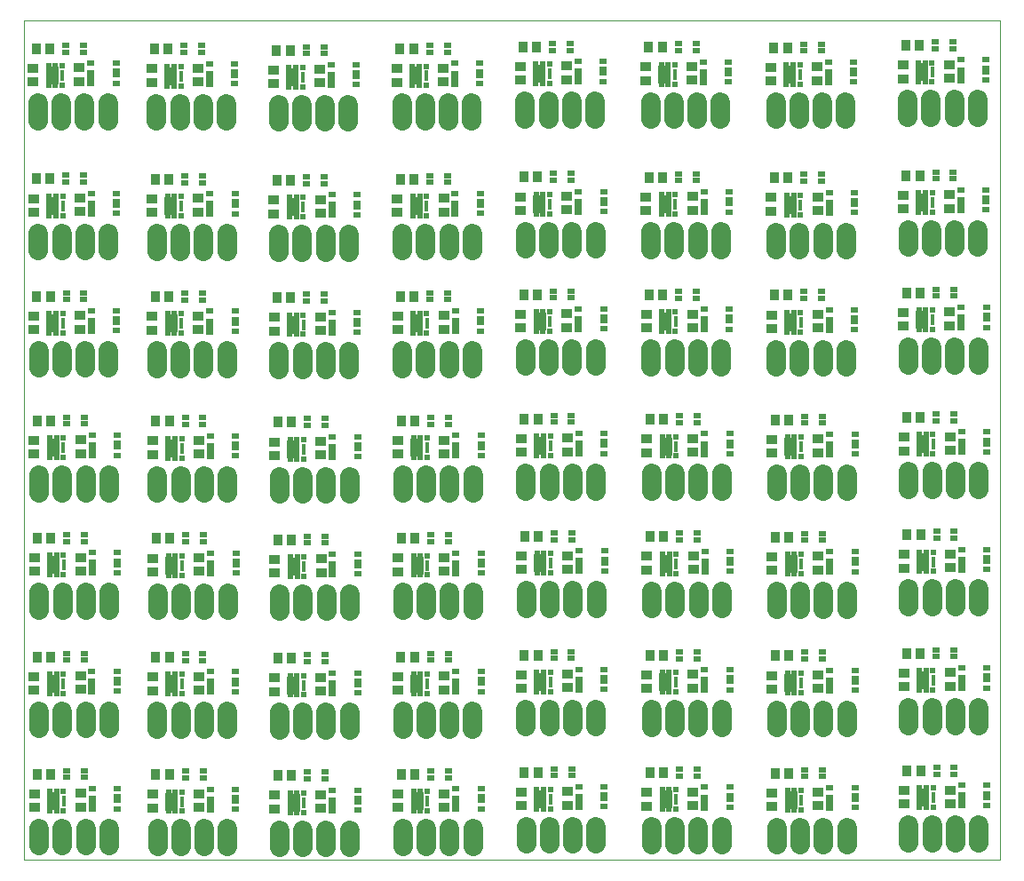
<source format=gts>
G75*
%MOIN*%
%OFA0B0*%
%FSLAX25Y25*%
%IPPOS*%
%LPD*%
%AMOC8*
5,1,8,0,0,1.08239X$1,22.5*
%
%ADD10C,0.00000*%
%ADD11R,0.01981X0.02178*%
%ADD12R,0.04540X0.06706*%
%ADD13R,0.01725X0.04225*%
%ADD14R,0.02847X0.01981*%
%ADD15R,0.02769X0.05918*%
%ADD16R,0.02769X0.02375*%
%ADD17R,0.02769X0.03753*%
%ADD18R,0.03556X0.04343*%
%ADD19R,0.04343X0.03556*%
%ADD20C,0.07296*%
D10*
X0008974Y0010224D02*
X0375116Y0010224D01*
X0375116Y0325185D01*
X0008974Y0325185D01*
X0008974Y0010224D01*
D11*
X0018505Y0028682D03*
X0021064Y0028682D03*
X0023623Y0028682D03*
X0023623Y0035966D03*
X0021064Y0035966D03*
X0018505Y0035966D03*
X0018435Y0072742D03*
X0020994Y0072742D03*
X0023553Y0072742D03*
X0023553Y0080026D03*
X0020994Y0080026D03*
X0018435Y0080026D03*
X0018525Y0117262D03*
X0021084Y0117262D03*
X0023643Y0117262D03*
X0023643Y0124546D03*
X0021084Y0124546D03*
X0018525Y0124546D03*
X0018455Y0161322D03*
X0021014Y0161322D03*
X0023573Y0161322D03*
X0023573Y0168606D03*
X0021014Y0168606D03*
X0018455Y0168606D03*
X0018275Y0208062D03*
X0020834Y0208062D03*
X0023393Y0208062D03*
X0023393Y0215346D03*
X0020834Y0215346D03*
X0018275Y0215346D03*
X0018205Y0252122D03*
X0020764Y0252122D03*
X0023323Y0252122D03*
X0023323Y0259406D03*
X0020764Y0259406D03*
X0018205Y0259406D03*
X0062685Y0259246D03*
X0065244Y0259246D03*
X0067803Y0259246D03*
X0067803Y0251962D03*
X0065244Y0251962D03*
X0062685Y0251962D03*
X0062755Y0215186D03*
X0065314Y0215186D03*
X0067873Y0215186D03*
X0067873Y0207902D03*
X0065314Y0207902D03*
X0062755Y0207902D03*
X0062935Y0168446D03*
X0065494Y0168446D03*
X0068053Y0168446D03*
X0068053Y0161162D03*
X0065494Y0161162D03*
X0062935Y0161162D03*
X0063005Y0124386D03*
X0065564Y0124386D03*
X0068123Y0124386D03*
X0068123Y0117102D03*
X0065564Y0117102D03*
X0063005Y0117102D03*
X0062915Y0079866D03*
X0065474Y0079866D03*
X0068033Y0079866D03*
X0068033Y0072582D03*
X0065474Y0072582D03*
X0062915Y0072582D03*
X0062985Y0035806D03*
X0065544Y0035806D03*
X0068103Y0035806D03*
X0068103Y0028522D03*
X0065544Y0028522D03*
X0062985Y0028522D03*
X0108745Y0028142D03*
X0111304Y0028142D03*
X0113863Y0028142D03*
X0113863Y0035426D03*
X0111304Y0035426D03*
X0108745Y0035426D03*
X0108675Y0072202D03*
X0111234Y0072202D03*
X0113793Y0072202D03*
X0113793Y0079486D03*
X0111234Y0079486D03*
X0108675Y0079486D03*
X0108765Y0116722D03*
X0111324Y0116722D03*
X0113883Y0116722D03*
X0113883Y0124006D03*
X0111324Y0124006D03*
X0108765Y0124006D03*
X0108695Y0160782D03*
X0111254Y0160782D03*
X0113813Y0160782D03*
X0113813Y0168066D03*
X0111254Y0168066D03*
X0108695Y0168066D03*
X0108515Y0207522D03*
X0111074Y0207522D03*
X0113633Y0207522D03*
X0113633Y0214806D03*
X0111074Y0214806D03*
X0108515Y0214806D03*
X0108445Y0251582D03*
X0111004Y0251582D03*
X0113563Y0251582D03*
X0113563Y0258866D03*
X0111004Y0258866D03*
X0108445Y0258866D03*
X0108305Y0300422D03*
X0110864Y0300422D03*
X0113423Y0300422D03*
X0113423Y0307706D03*
X0110864Y0307706D03*
X0108305Y0307706D03*
X0067663Y0308086D03*
X0065104Y0308086D03*
X0062545Y0308086D03*
X0062545Y0300802D03*
X0065104Y0300802D03*
X0067663Y0300802D03*
X0023183Y0300962D03*
X0020624Y0300962D03*
X0018065Y0300962D03*
X0018065Y0308246D03*
X0020624Y0308246D03*
X0023183Y0308246D03*
X0154625Y0308176D03*
X0157184Y0308176D03*
X0159743Y0308176D03*
X0159743Y0300892D03*
X0157184Y0300892D03*
X0154625Y0300892D03*
X0200875Y0301632D03*
X0203434Y0301632D03*
X0205993Y0301632D03*
X0205993Y0308916D03*
X0203434Y0308916D03*
X0200875Y0308916D03*
X0247985Y0308796D03*
X0250544Y0308796D03*
X0253103Y0308796D03*
X0253103Y0301512D03*
X0250544Y0301512D03*
X0247985Y0301512D03*
X0294965Y0301352D03*
X0297524Y0301352D03*
X0300083Y0301352D03*
X0300083Y0308636D03*
X0297524Y0308636D03*
X0294965Y0308636D03*
X0344475Y0309506D03*
X0347034Y0309506D03*
X0349593Y0309506D03*
X0349593Y0302222D03*
X0347034Y0302222D03*
X0344475Y0302222D03*
X0344615Y0260666D03*
X0347174Y0260666D03*
X0349733Y0260666D03*
X0349733Y0253382D03*
X0347174Y0253382D03*
X0344615Y0253382D03*
X0344685Y0216606D03*
X0347244Y0216606D03*
X0349803Y0216606D03*
X0349803Y0209322D03*
X0347244Y0209322D03*
X0344685Y0209322D03*
X0344865Y0169866D03*
X0347424Y0169866D03*
X0349983Y0169866D03*
X0349983Y0162582D03*
X0347424Y0162582D03*
X0344865Y0162582D03*
X0344935Y0125806D03*
X0347494Y0125806D03*
X0350053Y0125806D03*
X0350053Y0118522D03*
X0347494Y0118522D03*
X0344935Y0118522D03*
X0344845Y0081286D03*
X0347404Y0081286D03*
X0349963Y0081286D03*
X0349963Y0074002D03*
X0347404Y0074002D03*
X0344845Y0074002D03*
X0344915Y0037226D03*
X0347474Y0037226D03*
X0350033Y0037226D03*
X0350033Y0029942D03*
X0347474Y0029942D03*
X0344915Y0029942D03*
X0300523Y0029072D03*
X0297964Y0029072D03*
X0295405Y0029072D03*
X0295405Y0036356D03*
X0297964Y0036356D03*
X0300523Y0036356D03*
X0300453Y0073132D03*
X0297894Y0073132D03*
X0295335Y0073132D03*
X0295335Y0080416D03*
X0297894Y0080416D03*
X0300453Y0080416D03*
X0300543Y0117652D03*
X0297984Y0117652D03*
X0295425Y0117652D03*
X0295425Y0124936D03*
X0297984Y0124936D03*
X0300543Y0124936D03*
X0300473Y0161712D03*
X0297914Y0161712D03*
X0295355Y0161712D03*
X0295355Y0168996D03*
X0297914Y0168996D03*
X0300473Y0168996D03*
X0300293Y0208452D03*
X0297734Y0208452D03*
X0295175Y0208452D03*
X0295175Y0215736D03*
X0297734Y0215736D03*
X0300293Y0215736D03*
X0300223Y0252512D03*
X0297664Y0252512D03*
X0295105Y0252512D03*
X0295105Y0259796D03*
X0297664Y0259796D03*
X0300223Y0259796D03*
X0253243Y0259956D03*
X0250684Y0259956D03*
X0248125Y0259956D03*
X0248125Y0252672D03*
X0250684Y0252672D03*
X0253243Y0252672D03*
X0253313Y0215896D03*
X0250754Y0215896D03*
X0248195Y0215896D03*
X0248195Y0208612D03*
X0250754Y0208612D03*
X0253313Y0208612D03*
X0253493Y0169156D03*
X0250934Y0169156D03*
X0248375Y0169156D03*
X0248375Y0161872D03*
X0250934Y0161872D03*
X0253493Y0161872D03*
X0253563Y0125096D03*
X0251004Y0125096D03*
X0248445Y0125096D03*
X0248445Y0117812D03*
X0251004Y0117812D03*
X0253563Y0117812D03*
X0253473Y0080576D03*
X0250914Y0080576D03*
X0248355Y0080576D03*
X0248355Y0073292D03*
X0250914Y0073292D03*
X0253473Y0073292D03*
X0253543Y0036516D03*
X0250984Y0036516D03*
X0248425Y0036516D03*
X0248425Y0029232D03*
X0250984Y0029232D03*
X0253543Y0029232D03*
X0206433Y0029352D03*
X0203874Y0029352D03*
X0201315Y0029352D03*
X0201315Y0036636D03*
X0203874Y0036636D03*
X0206433Y0036636D03*
X0206363Y0073412D03*
X0203804Y0073412D03*
X0201245Y0073412D03*
X0201245Y0080696D03*
X0203804Y0080696D03*
X0206363Y0080696D03*
X0206453Y0117932D03*
X0203894Y0117932D03*
X0201335Y0117932D03*
X0201335Y0125216D03*
X0203894Y0125216D03*
X0206453Y0125216D03*
X0206383Y0161992D03*
X0203824Y0161992D03*
X0201265Y0161992D03*
X0201265Y0169276D03*
X0203824Y0169276D03*
X0206383Y0169276D03*
X0206203Y0208732D03*
X0203644Y0208732D03*
X0201085Y0208732D03*
X0201085Y0216016D03*
X0203644Y0216016D03*
X0206203Y0216016D03*
X0206133Y0252792D03*
X0203574Y0252792D03*
X0201015Y0252792D03*
X0201015Y0260076D03*
X0203574Y0260076D03*
X0206133Y0260076D03*
X0159883Y0259336D03*
X0157324Y0259336D03*
X0154765Y0259336D03*
X0154765Y0252052D03*
X0157324Y0252052D03*
X0159883Y0252052D03*
X0159953Y0215276D03*
X0157394Y0215276D03*
X0154835Y0215276D03*
X0154835Y0207992D03*
X0157394Y0207992D03*
X0159953Y0207992D03*
X0160133Y0168536D03*
X0157574Y0168536D03*
X0155015Y0168536D03*
X0155015Y0161252D03*
X0157574Y0161252D03*
X0160133Y0161252D03*
X0160203Y0124476D03*
X0157644Y0124476D03*
X0155085Y0124476D03*
X0155085Y0117192D03*
X0157644Y0117192D03*
X0160203Y0117192D03*
X0160113Y0079956D03*
X0157554Y0079956D03*
X0154995Y0079956D03*
X0154995Y0072672D03*
X0157554Y0072672D03*
X0160113Y0072672D03*
X0160183Y0035896D03*
X0157624Y0035896D03*
X0155065Y0035896D03*
X0155065Y0028612D03*
X0157624Y0028612D03*
X0160183Y0028612D03*
D12*
X0156345Y0032254D03*
X0202595Y0032994D03*
X0249705Y0032874D03*
X0296684Y0032714D03*
X0296614Y0076774D03*
X0249634Y0076934D03*
X0202524Y0077054D03*
X0156274Y0076314D03*
X0109954Y0075844D03*
X0064194Y0076224D03*
X0019714Y0076384D03*
X0019784Y0032324D03*
X0064264Y0032164D03*
X0110024Y0031784D03*
X0110045Y0120364D03*
X0064284Y0120744D03*
X0019805Y0120904D03*
X0019734Y0164964D03*
X0064214Y0164804D03*
X0109974Y0164424D03*
X0156295Y0164894D03*
X0202545Y0165634D03*
X0249655Y0165514D03*
X0296634Y0165354D03*
X0296705Y0121294D03*
X0249725Y0121454D03*
X0202615Y0121574D03*
X0156365Y0120834D03*
X0156115Y0211634D03*
X0202365Y0212374D03*
X0249475Y0212254D03*
X0296455Y0212094D03*
X0296384Y0256154D03*
X0249405Y0256314D03*
X0202295Y0256434D03*
X0156045Y0255694D03*
X0109724Y0255224D03*
X0063964Y0255604D03*
X0019484Y0255764D03*
X0019555Y0211704D03*
X0064034Y0211544D03*
X0109795Y0211164D03*
X0109584Y0304064D03*
X0063824Y0304444D03*
X0019345Y0304604D03*
X0155905Y0304534D03*
X0202155Y0305274D03*
X0249265Y0305154D03*
X0296245Y0304994D03*
X0345755Y0305864D03*
X0345895Y0257024D03*
X0345965Y0212964D03*
X0346145Y0166224D03*
X0346215Y0122164D03*
X0346124Y0077644D03*
X0346195Y0033584D03*
D13*
X0350102Y0033584D03*
X0350032Y0077644D03*
X0300522Y0076774D03*
X0253542Y0076934D03*
X0206432Y0077054D03*
X0160182Y0076314D03*
X0113862Y0075844D03*
X0068102Y0076224D03*
X0023622Y0076384D03*
X0023692Y0032324D03*
X0068172Y0032164D03*
X0113932Y0031784D03*
X0160252Y0032254D03*
X0206502Y0032994D03*
X0253612Y0032874D03*
X0300592Y0032714D03*
X0300612Y0121294D03*
X0350122Y0122164D03*
X0350052Y0166224D03*
X0300542Y0165354D03*
X0253562Y0165514D03*
X0206452Y0165634D03*
X0160202Y0164894D03*
X0113882Y0164424D03*
X0068122Y0164804D03*
X0023642Y0164964D03*
X0023712Y0120904D03*
X0068192Y0120744D03*
X0113952Y0120364D03*
X0160272Y0120834D03*
X0206522Y0121574D03*
X0253632Y0121454D03*
X0253382Y0212254D03*
X0300362Y0212094D03*
X0300292Y0256154D03*
X0253312Y0256314D03*
X0206202Y0256434D03*
X0159952Y0255694D03*
X0113632Y0255224D03*
X0067872Y0255604D03*
X0023392Y0255764D03*
X0023462Y0211704D03*
X0067942Y0211544D03*
X0113702Y0211164D03*
X0160022Y0211634D03*
X0206272Y0212374D03*
X0113492Y0304064D03*
X0067732Y0304444D03*
X0023252Y0304604D03*
X0159812Y0304534D03*
X0206062Y0305274D03*
X0253172Y0305154D03*
X0300152Y0304994D03*
X0349662Y0305864D03*
X0349802Y0257024D03*
X0349872Y0212964D03*
D14*
X0351107Y0221854D03*
X0351107Y0224414D03*
X0357721Y0224414D03*
X0357721Y0221854D03*
X0357651Y0265914D03*
X0357651Y0268474D03*
X0351037Y0268474D03*
X0351037Y0265914D03*
X0308141Y0265044D03*
X0308141Y0267604D03*
X0301527Y0267604D03*
X0301527Y0265044D03*
X0261161Y0265204D03*
X0261161Y0267764D03*
X0254547Y0267764D03*
X0254547Y0265204D03*
X0214051Y0265324D03*
X0214051Y0267884D03*
X0207437Y0267884D03*
X0207437Y0265324D03*
X0167801Y0264584D03*
X0167801Y0267144D03*
X0161187Y0267144D03*
X0161187Y0264584D03*
X0121481Y0264114D03*
X0121481Y0266674D03*
X0114867Y0266674D03*
X0114867Y0264114D03*
X0075721Y0264494D03*
X0075721Y0267054D03*
X0069107Y0267054D03*
X0069107Y0264494D03*
X0031241Y0264654D03*
X0031241Y0267214D03*
X0024627Y0267214D03*
X0024627Y0264654D03*
X0024697Y0223154D03*
X0024697Y0220594D03*
X0031311Y0220594D03*
X0031311Y0223154D03*
X0069177Y0222994D03*
X0069177Y0220434D03*
X0075791Y0220434D03*
X0075791Y0222994D03*
X0114937Y0222614D03*
X0114937Y0220054D03*
X0121551Y0220054D03*
X0121551Y0222614D03*
X0161257Y0223084D03*
X0161257Y0220524D03*
X0167871Y0220524D03*
X0167871Y0223084D03*
X0207507Y0223824D03*
X0207507Y0221264D03*
X0214121Y0221264D03*
X0214121Y0223824D03*
X0254617Y0223704D03*
X0254617Y0221144D03*
X0261231Y0221144D03*
X0261231Y0223704D03*
X0301597Y0223544D03*
X0301597Y0220984D03*
X0308211Y0220984D03*
X0308211Y0223544D03*
X0308391Y0176804D03*
X0308391Y0174244D03*
X0301777Y0174244D03*
X0301777Y0176804D03*
X0261411Y0176964D03*
X0261411Y0174404D03*
X0254797Y0174404D03*
X0254797Y0176964D03*
X0214301Y0177084D03*
X0214301Y0174524D03*
X0207687Y0174524D03*
X0207687Y0177084D03*
X0168051Y0176344D03*
X0168051Y0173784D03*
X0161437Y0173784D03*
X0161437Y0176344D03*
X0121731Y0175874D03*
X0121731Y0173314D03*
X0115117Y0173314D03*
X0115117Y0175874D03*
X0075971Y0176254D03*
X0075971Y0173694D03*
X0069357Y0173694D03*
X0069357Y0176254D03*
X0031491Y0176414D03*
X0031491Y0173854D03*
X0024877Y0173854D03*
X0024877Y0176414D03*
X0024947Y0132354D03*
X0024947Y0129794D03*
X0031561Y0129794D03*
X0031561Y0132354D03*
X0069427Y0132194D03*
X0069427Y0129634D03*
X0076041Y0129634D03*
X0076041Y0132194D03*
X0115187Y0131814D03*
X0115187Y0129254D03*
X0121801Y0129254D03*
X0121801Y0131814D03*
X0161507Y0132284D03*
X0161507Y0129724D03*
X0168121Y0129724D03*
X0168121Y0132284D03*
X0207757Y0133024D03*
X0207757Y0130464D03*
X0214371Y0130464D03*
X0214371Y0133024D03*
X0254867Y0132904D03*
X0254867Y0130344D03*
X0261481Y0130344D03*
X0261481Y0132904D03*
X0301847Y0132744D03*
X0301847Y0130184D03*
X0308461Y0130184D03*
X0308461Y0132744D03*
X0351357Y0133614D03*
X0351357Y0131054D03*
X0357971Y0131054D03*
X0357971Y0133614D03*
X0357901Y0175114D03*
X0357901Y0177674D03*
X0351287Y0177674D03*
X0351287Y0175114D03*
X0351267Y0089094D03*
X0351267Y0086534D03*
X0357881Y0086534D03*
X0357881Y0089094D03*
X0308371Y0088224D03*
X0308371Y0085664D03*
X0301757Y0085664D03*
X0301757Y0088224D03*
X0261391Y0088384D03*
X0261391Y0085824D03*
X0254777Y0085824D03*
X0254777Y0088384D03*
X0214281Y0088504D03*
X0214281Y0085945D03*
X0207667Y0085945D03*
X0207667Y0088504D03*
X0168031Y0087764D03*
X0168031Y0085204D03*
X0161417Y0085204D03*
X0161417Y0087764D03*
X0121711Y0087294D03*
X0121711Y0084734D03*
X0115097Y0084734D03*
X0115097Y0087294D03*
X0075951Y0087674D03*
X0075951Y0085114D03*
X0069337Y0085114D03*
X0069337Y0087674D03*
X0031471Y0087834D03*
X0031471Y0085274D03*
X0024857Y0085274D03*
X0024857Y0087834D03*
X0024927Y0043774D03*
X0024927Y0041214D03*
X0031541Y0041214D03*
X0031541Y0043774D03*
X0069407Y0043614D03*
X0069407Y0041054D03*
X0076021Y0041054D03*
X0076021Y0043614D03*
X0115167Y0043234D03*
X0115167Y0040674D03*
X0121781Y0040674D03*
X0121781Y0043234D03*
X0161487Y0043704D03*
X0161487Y0041144D03*
X0168101Y0041144D03*
X0168101Y0043704D03*
X0207737Y0044444D03*
X0207737Y0041884D03*
X0214351Y0041884D03*
X0214351Y0044444D03*
X0254847Y0044324D03*
X0254847Y0041764D03*
X0261461Y0041764D03*
X0261461Y0044324D03*
X0301827Y0044164D03*
X0301827Y0041604D03*
X0308441Y0041604D03*
X0308441Y0044164D03*
X0351337Y0045034D03*
X0351337Y0042474D03*
X0357951Y0042474D03*
X0357951Y0045034D03*
X0308001Y0313884D03*
X0308001Y0316444D03*
X0301387Y0316444D03*
X0301387Y0313884D03*
X0261021Y0314044D03*
X0261021Y0316604D03*
X0254407Y0316604D03*
X0254407Y0314044D03*
X0213911Y0314164D03*
X0213911Y0316724D03*
X0207297Y0316724D03*
X0207297Y0314164D03*
X0167661Y0313424D03*
X0167661Y0315984D03*
X0161047Y0315984D03*
X0161047Y0313424D03*
X0121341Y0312954D03*
X0121341Y0315514D03*
X0114727Y0315514D03*
X0114727Y0312954D03*
X0075581Y0313334D03*
X0075581Y0315894D03*
X0068967Y0315894D03*
X0068967Y0313334D03*
X0031101Y0313494D03*
X0031101Y0316054D03*
X0024487Y0316054D03*
X0024487Y0313494D03*
X0350897Y0314754D03*
X0350897Y0317314D03*
X0357511Y0317314D03*
X0357511Y0314754D03*
D15*
X0360355Y0304825D03*
X0310845Y0303955D03*
X0263865Y0304115D03*
X0216755Y0304235D03*
X0170505Y0303495D03*
X0124185Y0303025D03*
X0078425Y0303405D03*
X0033945Y0303565D03*
X0034085Y0254725D03*
X0078565Y0254565D03*
X0124325Y0254185D03*
X0170645Y0254655D03*
X0216895Y0255395D03*
X0264005Y0255275D03*
X0310985Y0255115D03*
X0311055Y0211055D03*
X0264075Y0211215D03*
X0216965Y0211335D03*
X0170715Y0210595D03*
X0124395Y0210125D03*
X0078635Y0210505D03*
X0034155Y0210665D03*
X0034335Y0163925D03*
X0078815Y0163765D03*
X0124575Y0163385D03*
X0170895Y0163855D03*
X0217145Y0164595D03*
X0264255Y0164475D03*
X0311235Y0164315D03*
X0311305Y0120255D03*
X0264325Y0120415D03*
X0217215Y0120535D03*
X0170965Y0119795D03*
X0124645Y0119325D03*
X0078885Y0119705D03*
X0034405Y0119865D03*
X0034315Y0075345D03*
X0078795Y0075185D03*
X0124555Y0074805D03*
X0170875Y0075275D03*
X0217125Y0076015D03*
X0264235Y0075895D03*
X0311215Y0075735D03*
X0311285Y0031675D03*
X0264305Y0031835D03*
X0217195Y0031955D03*
X0170945Y0031215D03*
X0124625Y0030745D03*
X0078865Y0031125D03*
X0034385Y0031285D03*
X0360795Y0032545D03*
X0360725Y0076605D03*
X0360815Y0121125D03*
X0360745Y0165185D03*
X0360565Y0211925D03*
X0360495Y0255985D03*
D16*
X0360495Y0261694D03*
X0369944Y0261694D03*
X0369944Y0254214D03*
X0370014Y0217634D03*
X0370014Y0210154D03*
X0360565Y0217634D03*
X0320504Y0216764D03*
X0320504Y0209284D03*
X0311055Y0216764D03*
X0273524Y0216924D03*
X0264075Y0216924D03*
X0273524Y0209444D03*
X0273704Y0170184D03*
X0273704Y0162704D03*
X0264255Y0170184D03*
X0226594Y0170304D03*
X0226594Y0162824D03*
X0217145Y0170304D03*
X0180344Y0169564D03*
X0170895Y0169564D03*
X0180344Y0162084D03*
X0180414Y0125504D03*
X0170965Y0125504D03*
X0180414Y0118024D03*
X0217215Y0126244D03*
X0226664Y0126244D03*
X0226664Y0118764D03*
X0264325Y0126124D03*
X0273774Y0126124D03*
X0273774Y0118644D03*
X0311305Y0125964D03*
X0320754Y0125964D03*
X0320754Y0118484D03*
X0360815Y0126834D03*
X0370264Y0126834D03*
X0370264Y0119354D03*
X0370174Y0082314D03*
X0370174Y0074834D03*
X0360725Y0082314D03*
X0320664Y0081444D03*
X0320664Y0073964D03*
X0311215Y0081444D03*
X0273684Y0081604D03*
X0273684Y0074124D03*
X0264235Y0081604D03*
X0226574Y0081724D03*
X0217125Y0081724D03*
X0226574Y0074244D03*
X0226644Y0037664D03*
X0217195Y0037664D03*
X0226644Y0030184D03*
X0264305Y0037544D03*
X0273754Y0037544D03*
X0273754Y0030064D03*
X0311285Y0037384D03*
X0320734Y0037384D03*
X0320734Y0029904D03*
X0360795Y0038254D03*
X0370244Y0038254D03*
X0370244Y0030774D03*
X0370194Y0163414D03*
X0370194Y0170894D03*
X0360745Y0170894D03*
X0320684Y0170024D03*
X0320684Y0162544D03*
X0311235Y0170024D03*
X0226414Y0209564D03*
X0226414Y0217044D03*
X0216965Y0217044D03*
X0180164Y0216304D03*
X0170715Y0216304D03*
X0180164Y0208824D03*
X0133844Y0208354D03*
X0133844Y0215834D03*
X0124395Y0215834D03*
X0088084Y0216214D03*
X0088084Y0208734D03*
X0078635Y0216214D03*
X0043604Y0216374D03*
X0043604Y0208894D03*
X0034155Y0216374D03*
X0043534Y0252954D03*
X0043534Y0260434D03*
X0034085Y0260434D03*
X0043394Y0301794D03*
X0043394Y0309274D03*
X0033945Y0309274D03*
X0078425Y0309114D03*
X0087874Y0309114D03*
X0087874Y0301634D03*
X0124185Y0308734D03*
X0133634Y0308734D03*
X0133634Y0301254D03*
X0170505Y0309204D03*
X0179954Y0309204D03*
X0179954Y0301724D03*
X0216755Y0309944D03*
X0226204Y0309944D03*
X0226204Y0302464D03*
X0263865Y0309824D03*
X0273314Y0309824D03*
X0273314Y0302344D03*
X0310845Y0309664D03*
X0320294Y0309664D03*
X0320294Y0302184D03*
X0360355Y0310534D03*
X0369804Y0310534D03*
X0369804Y0303054D03*
X0320434Y0260824D03*
X0320434Y0253344D03*
X0310985Y0260824D03*
X0273454Y0260984D03*
X0273454Y0253504D03*
X0264005Y0260984D03*
X0226344Y0261104D03*
X0226344Y0253624D03*
X0216895Y0261104D03*
X0180094Y0260364D03*
X0170645Y0260364D03*
X0180094Y0252884D03*
X0133774Y0252414D03*
X0133774Y0259894D03*
X0124325Y0259894D03*
X0088014Y0260274D03*
X0078565Y0260274D03*
X0088014Y0252794D03*
X0088264Y0169474D03*
X0078815Y0169474D03*
X0088264Y0161994D03*
X0088334Y0125414D03*
X0078885Y0125414D03*
X0088334Y0117934D03*
X0124645Y0125034D03*
X0134094Y0125034D03*
X0134094Y0117554D03*
X0134004Y0080514D03*
X0134004Y0073034D03*
X0124555Y0080514D03*
X0088244Y0080894D03*
X0088244Y0073414D03*
X0078795Y0080894D03*
X0043764Y0081054D03*
X0043764Y0073574D03*
X0034315Y0081054D03*
X0043854Y0118094D03*
X0043854Y0125574D03*
X0034405Y0125574D03*
X0043784Y0162154D03*
X0043784Y0169634D03*
X0034335Y0169634D03*
X0124575Y0169094D03*
X0134024Y0169094D03*
X0134024Y0161614D03*
X0170875Y0080984D03*
X0180324Y0080984D03*
X0180324Y0073504D03*
X0180394Y0036924D03*
X0180394Y0029444D03*
X0170945Y0036924D03*
X0134074Y0036454D03*
X0134074Y0028974D03*
X0124625Y0036454D03*
X0088314Y0036834D03*
X0088314Y0029354D03*
X0078865Y0036834D03*
X0043834Y0036994D03*
X0043834Y0029514D03*
X0034385Y0036994D03*
D17*
X0043834Y0033254D03*
X0088314Y0033094D03*
X0134074Y0032714D03*
X0180394Y0033184D03*
X0226644Y0033924D03*
X0180324Y0077244D03*
X0226574Y0077984D03*
X0226664Y0122504D03*
X0180414Y0121764D03*
X0134094Y0121294D03*
X0088334Y0121674D03*
X0043854Y0121834D03*
X0043784Y0165894D03*
X0088264Y0165734D03*
X0134024Y0165354D03*
X0180344Y0165824D03*
X0226594Y0166564D03*
X0273704Y0166444D03*
X0320684Y0166284D03*
X0320754Y0122224D03*
X0273774Y0122384D03*
X0273684Y0077864D03*
X0320664Y0077704D03*
X0273754Y0033804D03*
X0320734Y0033644D03*
X0370244Y0034514D03*
X0370174Y0078574D03*
X0370264Y0123094D03*
X0370194Y0167154D03*
X0370014Y0213894D03*
X0369944Y0257954D03*
X0320434Y0257084D03*
X0320504Y0213024D03*
X0273524Y0213184D03*
X0226414Y0213304D03*
X0180164Y0212564D03*
X0133844Y0212094D03*
X0088084Y0212474D03*
X0043604Y0212634D03*
X0043534Y0256694D03*
X0088014Y0256534D03*
X0133774Y0256154D03*
X0180094Y0256624D03*
X0226344Y0257364D03*
X0273454Y0257244D03*
X0273314Y0306084D03*
X0226204Y0306204D03*
X0179954Y0305464D03*
X0133634Y0304994D03*
X0087874Y0305374D03*
X0043394Y0305534D03*
X0043764Y0077314D03*
X0088244Y0077154D03*
X0134004Y0076774D03*
X0320294Y0305924D03*
X0369804Y0306794D03*
D18*
X0344913Y0315974D03*
X0339795Y0315974D03*
X0295403Y0315104D03*
X0290285Y0315104D03*
X0248423Y0315264D03*
X0243305Y0315264D03*
X0201313Y0315384D03*
X0196195Y0315384D03*
X0155063Y0314644D03*
X0149945Y0314644D03*
X0108743Y0314174D03*
X0103625Y0314174D03*
X0062983Y0314554D03*
X0057865Y0314554D03*
X0018503Y0314714D03*
X0013385Y0314714D03*
X0013525Y0265874D03*
X0018643Y0265874D03*
X0058005Y0265714D03*
X0063123Y0265714D03*
X0103765Y0265334D03*
X0108883Y0265334D03*
X0150085Y0265804D03*
X0155203Y0265804D03*
X0196335Y0266544D03*
X0201453Y0266544D03*
X0243445Y0266424D03*
X0248563Y0266424D03*
X0290425Y0266264D03*
X0295543Y0266264D03*
X0339935Y0267134D03*
X0345053Y0267134D03*
X0345123Y0223074D03*
X0340005Y0223074D03*
X0295613Y0222204D03*
X0290495Y0222204D03*
X0248633Y0222364D03*
X0243515Y0222364D03*
X0201523Y0222484D03*
X0196405Y0222484D03*
X0155273Y0221744D03*
X0150155Y0221744D03*
X0108953Y0221274D03*
X0103835Y0221274D03*
X0063193Y0221654D03*
X0058075Y0221654D03*
X0018713Y0221814D03*
X0013595Y0221814D03*
X0013775Y0175074D03*
X0018893Y0175074D03*
X0058255Y0174914D03*
X0063373Y0174914D03*
X0104015Y0174534D03*
X0109133Y0174534D03*
X0150335Y0175004D03*
X0155453Y0175004D03*
X0196585Y0175744D03*
X0201703Y0175744D03*
X0243695Y0175624D03*
X0248813Y0175624D03*
X0290675Y0175464D03*
X0295793Y0175464D03*
X0340185Y0176334D03*
X0345303Y0176334D03*
X0345373Y0132274D03*
X0340255Y0132274D03*
X0295863Y0131404D03*
X0290745Y0131404D03*
X0248883Y0131564D03*
X0243765Y0131564D03*
X0201773Y0131684D03*
X0196655Y0131684D03*
X0155523Y0130944D03*
X0150405Y0130944D03*
X0109203Y0130474D03*
X0104085Y0130474D03*
X0063443Y0130854D03*
X0058325Y0130854D03*
X0018963Y0131014D03*
X0013845Y0131014D03*
X0013755Y0086494D03*
X0018873Y0086494D03*
X0058235Y0086334D03*
X0063353Y0086334D03*
X0103995Y0085954D03*
X0109113Y0085954D03*
X0150315Y0086424D03*
X0155433Y0086424D03*
X0196565Y0087164D03*
X0201683Y0087164D03*
X0243675Y0087044D03*
X0248793Y0087044D03*
X0290655Y0086884D03*
X0295773Y0086884D03*
X0340165Y0087754D03*
X0345283Y0087754D03*
X0345353Y0043694D03*
X0340235Y0043694D03*
X0295843Y0042824D03*
X0290725Y0042824D03*
X0248863Y0042984D03*
X0243745Y0042984D03*
X0201753Y0043104D03*
X0196635Y0043104D03*
X0155503Y0042364D03*
X0150385Y0042364D03*
X0109183Y0041894D03*
X0104065Y0041894D03*
X0063423Y0042274D03*
X0058305Y0042274D03*
X0018943Y0042434D03*
X0013825Y0042434D03*
D19*
X0012694Y0035063D03*
X0012694Y0029945D03*
X0030064Y0030125D03*
X0030064Y0035243D03*
X0057174Y0034903D03*
X0057174Y0029785D03*
X0074544Y0029965D03*
X0074544Y0035083D03*
X0102934Y0034523D03*
X0102934Y0029405D03*
X0120304Y0029585D03*
X0120304Y0034703D03*
X0149254Y0034993D03*
X0149254Y0029875D03*
X0166624Y0030055D03*
X0166624Y0035173D03*
X0195504Y0035733D03*
X0195504Y0030615D03*
X0212874Y0030795D03*
X0212874Y0035913D03*
X0242614Y0035613D03*
X0242614Y0030495D03*
X0259984Y0030675D03*
X0259984Y0035793D03*
X0289594Y0035453D03*
X0289594Y0030335D03*
X0306964Y0030515D03*
X0306964Y0035633D03*
X0339104Y0036323D03*
X0339104Y0031205D03*
X0356474Y0031385D03*
X0356474Y0036503D03*
X0356404Y0075445D03*
X0356404Y0080563D03*
X0339034Y0080383D03*
X0339034Y0075265D03*
X0306894Y0074575D03*
X0306894Y0079693D03*
X0289524Y0079513D03*
X0289524Y0074395D03*
X0259914Y0074735D03*
X0259914Y0079853D03*
X0242544Y0079673D03*
X0242544Y0074555D03*
X0212804Y0074855D03*
X0212804Y0079973D03*
X0195434Y0079793D03*
X0195434Y0074675D03*
X0166554Y0074115D03*
X0166554Y0079233D03*
X0149184Y0079053D03*
X0149184Y0073935D03*
X0120234Y0073645D03*
X0120234Y0078763D03*
X0102864Y0078583D03*
X0102864Y0073465D03*
X0074474Y0074025D03*
X0074474Y0079143D03*
X0057104Y0078963D03*
X0057104Y0073845D03*
X0029994Y0074185D03*
X0029994Y0079303D03*
X0012624Y0079123D03*
X0012624Y0074005D03*
X0012714Y0118525D03*
X0012714Y0123643D03*
X0030084Y0123823D03*
X0030084Y0118705D03*
X0057194Y0118365D03*
X0057194Y0123483D03*
X0074564Y0123663D03*
X0074564Y0118545D03*
X0102954Y0117985D03*
X0102954Y0123103D03*
X0120324Y0123283D03*
X0120324Y0118165D03*
X0149274Y0118455D03*
X0149274Y0123573D03*
X0166644Y0123753D03*
X0166644Y0118635D03*
X0195524Y0119195D03*
X0195524Y0124313D03*
X0212894Y0124493D03*
X0212894Y0119375D03*
X0242634Y0119075D03*
X0242634Y0124193D03*
X0260004Y0124373D03*
X0260004Y0119255D03*
X0289614Y0118915D03*
X0289614Y0124033D03*
X0306984Y0124213D03*
X0306984Y0119095D03*
X0339124Y0119785D03*
X0339124Y0124903D03*
X0356494Y0125083D03*
X0356494Y0119965D03*
X0356424Y0164025D03*
X0356424Y0169143D03*
X0339054Y0168963D03*
X0339054Y0163845D03*
X0306914Y0163155D03*
X0306914Y0168273D03*
X0289544Y0168093D03*
X0289544Y0162975D03*
X0259934Y0163315D03*
X0259934Y0168433D03*
X0242564Y0168253D03*
X0242564Y0163135D03*
X0212824Y0163435D03*
X0212824Y0168553D03*
X0195454Y0168373D03*
X0195454Y0163255D03*
X0166574Y0162695D03*
X0166574Y0167813D03*
X0149204Y0167633D03*
X0149204Y0162515D03*
X0120254Y0162225D03*
X0120254Y0167343D03*
X0102884Y0167163D03*
X0102884Y0162045D03*
X0074494Y0162605D03*
X0074494Y0167723D03*
X0057124Y0167543D03*
X0057124Y0162425D03*
X0030014Y0162765D03*
X0030014Y0167883D03*
X0012644Y0167703D03*
X0012644Y0162585D03*
X0012464Y0209325D03*
X0012464Y0214443D03*
X0029834Y0214623D03*
X0029834Y0209505D03*
X0056944Y0209165D03*
X0056944Y0214283D03*
X0074314Y0214463D03*
X0074314Y0209345D03*
X0102704Y0208785D03*
X0102704Y0213903D03*
X0120074Y0214083D03*
X0120074Y0208965D03*
X0149024Y0209255D03*
X0149024Y0214373D03*
X0166394Y0214553D03*
X0166394Y0209435D03*
X0195274Y0209995D03*
X0195274Y0215113D03*
X0212644Y0215293D03*
X0212644Y0210175D03*
X0242384Y0209875D03*
X0242384Y0214993D03*
X0259754Y0215173D03*
X0259754Y0210055D03*
X0289364Y0209715D03*
X0289364Y0214833D03*
X0306734Y0215013D03*
X0306734Y0209895D03*
X0338874Y0210585D03*
X0338874Y0215703D03*
X0356244Y0215883D03*
X0356244Y0210765D03*
X0356174Y0254825D03*
X0356174Y0259943D03*
X0338804Y0259763D03*
X0338804Y0254645D03*
X0306664Y0253955D03*
X0306664Y0259073D03*
X0289294Y0258893D03*
X0289294Y0253775D03*
X0259684Y0254115D03*
X0259684Y0259233D03*
X0242314Y0259053D03*
X0242314Y0253935D03*
X0212574Y0254235D03*
X0212574Y0259353D03*
X0195204Y0259173D03*
X0195204Y0254055D03*
X0166324Y0253495D03*
X0166324Y0258613D03*
X0148954Y0258433D03*
X0148954Y0253315D03*
X0120004Y0253025D03*
X0120004Y0258143D03*
X0102634Y0257963D03*
X0102634Y0252845D03*
X0074244Y0253405D03*
X0074244Y0258523D03*
X0056874Y0258343D03*
X0056874Y0253225D03*
X0029764Y0253565D03*
X0029764Y0258683D03*
X0012394Y0258503D03*
X0012394Y0253385D03*
X0012254Y0302225D03*
X0012254Y0307343D03*
X0029624Y0307523D03*
X0029624Y0302405D03*
X0056734Y0302065D03*
X0056734Y0307183D03*
X0074104Y0307363D03*
X0074104Y0302245D03*
X0102494Y0301685D03*
X0102494Y0306803D03*
X0119864Y0306983D03*
X0119864Y0301865D03*
X0148814Y0302155D03*
X0148814Y0307273D03*
X0166184Y0307453D03*
X0166184Y0302335D03*
X0195064Y0302895D03*
X0195064Y0308013D03*
X0212434Y0308193D03*
X0212434Y0303075D03*
X0242174Y0302775D03*
X0242174Y0307893D03*
X0259544Y0308073D03*
X0259544Y0302955D03*
X0289154Y0302615D03*
X0289154Y0307733D03*
X0306524Y0307913D03*
X0306524Y0302795D03*
X0338664Y0303485D03*
X0338664Y0308603D03*
X0356034Y0308783D03*
X0356034Y0303665D03*
D20*
X0358034Y0295552D02*
X0358034Y0289056D01*
X0349284Y0289056D02*
X0349284Y0295552D01*
X0340524Y0295552D02*
X0340524Y0289056D01*
X0317284Y0288186D02*
X0317284Y0294682D01*
X0308524Y0294682D02*
X0308524Y0288186D01*
X0299774Y0288186D02*
X0299774Y0294682D01*
X0291014Y0294682D02*
X0291014Y0288186D01*
X0270304Y0288346D02*
X0270304Y0294842D01*
X0261544Y0294842D02*
X0261544Y0288346D01*
X0252794Y0288346D02*
X0252794Y0294842D01*
X0244034Y0294842D02*
X0244034Y0288346D01*
X0223194Y0288466D02*
X0223194Y0294962D01*
X0214434Y0294962D02*
X0214434Y0288466D01*
X0205684Y0288466D02*
X0205684Y0294962D01*
X0196924Y0294962D02*
X0196924Y0288466D01*
X0176944Y0287726D02*
X0176944Y0294222D01*
X0168184Y0294222D02*
X0168184Y0287726D01*
X0159434Y0287726D02*
X0159434Y0294222D01*
X0150674Y0294222D02*
X0150674Y0287726D01*
X0130624Y0287256D02*
X0130624Y0293752D01*
X0121864Y0293752D02*
X0121864Y0287256D01*
X0113114Y0287256D02*
X0113114Y0293752D01*
X0104354Y0293752D02*
X0104354Y0287256D01*
X0084864Y0287636D02*
X0084864Y0294132D01*
X0076104Y0294132D02*
X0076104Y0287636D01*
X0067354Y0287636D02*
X0067354Y0294132D01*
X0058594Y0294132D02*
X0058594Y0287636D01*
X0040384Y0287796D02*
X0040384Y0294292D01*
X0031624Y0294292D02*
X0031624Y0287796D01*
X0022874Y0287796D02*
X0022874Y0294292D01*
X0014114Y0294292D02*
X0014114Y0287796D01*
X0014254Y0245452D02*
X0014254Y0238956D01*
X0023014Y0238956D02*
X0023014Y0245452D01*
X0031764Y0245452D02*
X0031764Y0238956D01*
X0040524Y0238956D02*
X0040524Y0245452D01*
X0058734Y0245292D02*
X0058734Y0238796D01*
X0067494Y0238796D02*
X0067494Y0245292D01*
X0076244Y0245292D02*
X0076244Y0238796D01*
X0085004Y0238796D02*
X0085004Y0245292D01*
X0104494Y0244912D02*
X0104494Y0238416D01*
X0113254Y0238416D02*
X0113254Y0244912D01*
X0122004Y0244912D02*
X0122004Y0238416D01*
X0130764Y0238416D02*
X0130764Y0244912D01*
X0150814Y0245382D02*
X0150814Y0238886D01*
X0159574Y0238886D02*
X0159574Y0245382D01*
X0168324Y0245382D02*
X0168324Y0238886D01*
X0177084Y0238886D02*
X0177084Y0245382D01*
X0197064Y0246122D02*
X0197064Y0239626D01*
X0205824Y0239626D02*
X0205824Y0246122D01*
X0214574Y0246122D02*
X0214574Y0239626D01*
X0223334Y0239626D02*
X0223334Y0246122D01*
X0244174Y0246002D02*
X0244174Y0239506D01*
X0252934Y0239506D02*
X0252934Y0246002D01*
X0261684Y0246002D02*
X0261684Y0239506D01*
X0270444Y0239506D02*
X0270444Y0246002D01*
X0291154Y0245842D02*
X0291154Y0239346D01*
X0299914Y0239346D02*
X0299914Y0245842D01*
X0308664Y0245842D02*
X0308664Y0239346D01*
X0317424Y0239346D02*
X0317424Y0245842D01*
X0340664Y0246712D02*
X0340664Y0240216D01*
X0349424Y0240216D02*
X0349424Y0246712D01*
X0358174Y0246712D02*
X0358174Y0240216D01*
X0366934Y0240216D02*
X0366934Y0246712D01*
X0366794Y0289056D02*
X0366794Y0295552D01*
X0367004Y0202652D02*
X0367004Y0196156D01*
X0358244Y0196156D02*
X0358244Y0202652D01*
X0349494Y0202652D02*
X0349494Y0196156D01*
X0340734Y0196156D02*
X0340734Y0202652D01*
X0317494Y0201782D02*
X0317494Y0195286D01*
X0308734Y0195286D02*
X0308734Y0201782D01*
X0299984Y0201782D02*
X0299984Y0195286D01*
X0291224Y0195286D02*
X0291224Y0201782D01*
X0270514Y0201942D02*
X0270514Y0195446D01*
X0261754Y0195446D02*
X0261754Y0201942D01*
X0253004Y0201942D02*
X0253004Y0195446D01*
X0244244Y0195446D02*
X0244244Y0201942D01*
X0223404Y0202062D02*
X0223404Y0195566D01*
X0214644Y0195566D02*
X0214644Y0202062D01*
X0205894Y0202062D02*
X0205894Y0195566D01*
X0197134Y0195566D02*
X0197134Y0202062D01*
X0177154Y0201322D02*
X0177154Y0194826D01*
X0168394Y0194826D02*
X0168394Y0201322D01*
X0159644Y0201322D02*
X0159644Y0194826D01*
X0150884Y0194826D02*
X0150884Y0201322D01*
X0130834Y0200852D02*
X0130834Y0194356D01*
X0122074Y0194356D02*
X0122074Y0200852D01*
X0113324Y0200852D02*
X0113324Y0194356D01*
X0104564Y0194356D02*
X0104564Y0200852D01*
X0085074Y0201232D02*
X0085074Y0194736D01*
X0076314Y0194736D02*
X0076314Y0201232D01*
X0067564Y0201232D02*
X0067564Y0194736D01*
X0058804Y0194736D02*
X0058804Y0201232D01*
X0040594Y0201392D02*
X0040594Y0194896D01*
X0031834Y0194896D02*
X0031834Y0201392D01*
X0023084Y0201392D02*
X0023084Y0194896D01*
X0014324Y0194896D02*
X0014324Y0201392D01*
X0014504Y0154652D02*
X0014504Y0148156D01*
X0023264Y0148156D02*
X0023264Y0154652D01*
X0032014Y0154652D02*
X0032014Y0148156D01*
X0040774Y0148156D02*
X0040774Y0154652D01*
X0058984Y0154492D02*
X0058984Y0147996D01*
X0067744Y0147996D02*
X0067744Y0154492D01*
X0076494Y0154492D02*
X0076494Y0147996D01*
X0085254Y0147996D02*
X0085254Y0154492D01*
X0104744Y0154112D02*
X0104744Y0147616D01*
X0113504Y0147616D02*
X0113504Y0154112D01*
X0122254Y0154112D02*
X0122254Y0147616D01*
X0131014Y0147616D02*
X0131014Y0154112D01*
X0151064Y0154582D02*
X0151064Y0148086D01*
X0159824Y0148086D02*
X0159824Y0154582D01*
X0168574Y0154582D02*
X0168574Y0148086D01*
X0177334Y0148086D02*
X0177334Y0154582D01*
X0197314Y0155322D02*
X0197314Y0148826D01*
X0206074Y0148826D02*
X0206074Y0155322D01*
X0214824Y0155322D02*
X0214824Y0148826D01*
X0223584Y0148826D02*
X0223584Y0155322D01*
X0244424Y0155202D02*
X0244424Y0148706D01*
X0253184Y0148706D02*
X0253184Y0155202D01*
X0261934Y0155202D02*
X0261934Y0148706D01*
X0270694Y0148706D02*
X0270694Y0155202D01*
X0291404Y0155042D02*
X0291404Y0148546D01*
X0300164Y0148546D02*
X0300164Y0155042D01*
X0308914Y0155042D02*
X0308914Y0148546D01*
X0317674Y0148546D02*
X0317674Y0155042D01*
X0340914Y0155912D02*
X0340914Y0149416D01*
X0349674Y0149416D02*
X0349674Y0155912D01*
X0358424Y0155912D02*
X0358424Y0149416D01*
X0367184Y0149416D02*
X0367184Y0155912D01*
X0367254Y0111852D02*
X0367254Y0105356D01*
X0358494Y0105356D02*
X0358494Y0111852D01*
X0349744Y0111852D02*
X0349744Y0105356D01*
X0340984Y0105356D02*
X0340984Y0111852D01*
X0317744Y0110982D02*
X0317744Y0104486D01*
X0308984Y0104486D02*
X0308984Y0110982D01*
X0300234Y0110982D02*
X0300234Y0104486D01*
X0291474Y0104486D02*
X0291474Y0110982D01*
X0270764Y0111142D02*
X0270764Y0104646D01*
X0262004Y0104646D02*
X0262004Y0111142D01*
X0253254Y0111142D02*
X0253254Y0104646D01*
X0244494Y0104646D02*
X0244494Y0111142D01*
X0223654Y0111262D02*
X0223654Y0104766D01*
X0214894Y0104766D02*
X0214894Y0111262D01*
X0206144Y0111262D02*
X0206144Y0104766D01*
X0197384Y0104766D02*
X0197384Y0111262D01*
X0177404Y0110522D02*
X0177404Y0104026D01*
X0168644Y0104026D02*
X0168644Y0110522D01*
X0159894Y0110522D02*
X0159894Y0104026D01*
X0151134Y0104026D02*
X0151134Y0110522D01*
X0131084Y0110052D02*
X0131084Y0103556D01*
X0122324Y0103556D02*
X0122324Y0110052D01*
X0113574Y0110052D02*
X0113574Y0103556D01*
X0104814Y0103556D02*
X0104814Y0110052D01*
X0085324Y0110432D02*
X0085324Y0103936D01*
X0076564Y0103936D02*
X0076564Y0110432D01*
X0067814Y0110432D02*
X0067814Y0103936D01*
X0059054Y0103936D02*
X0059054Y0110432D01*
X0040844Y0110592D02*
X0040844Y0104096D01*
X0032084Y0104096D02*
X0032084Y0110592D01*
X0023334Y0110592D02*
X0023334Y0104096D01*
X0014574Y0104096D02*
X0014574Y0110592D01*
X0014484Y0066072D02*
X0014484Y0059576D01*
X0023244Y0059576D02*
X0023244Y0066072D01*
X0031994Y0066072D02*
X0031994Y0059576D01*
X0040754Y0059576D02*
X0040754Y0066072D01*
X0058964Y0065912D02*
X0058964Y0059416D01*
X0067724Y0059416D02*
X0067724Y0065912D01*
X0076474Y0065912D02*
X0076474Y0059416D01*
X0085234Y0059416D02*
X0085234Y0065912D01*
X0104724Y0065532D02*
X0104724Y0059036D01*
X0113484Y0059036D02*
X0113484Y0065532D01*
X0122234Y0065532D02*
X0122234Y0059036D01*
X0130994Y0059036D02*
X0130994Y0065532D01*
X0151044Y0066002D02*
X0151044Y0059506D01*
X0159804Y0059506D02*
X0159804Y0066002D01*
X0168554Y0066002D02*
X0168554Y0059506D01*
X0177314Y0059506D02*
X0177314Y0066002D01*
X0197294Y0066742D02*
X0197294Y0060246D01*
X0206054Y0060246D02*
X0206054Y0066742D01*
X0214804Y0066742D02*
X0214804Y0060246D01*
X0223564Y0060246D02*
X0223564Y0066742D01*
X0244404Y0066622D02*
X0244404Y0060126D01*
X0253164Y0060126D02*
X0253164Y0066622D01*
X0261914Y0066622D02*
X0261914Y0060126D01*
X0270674Y0060126D02*
X0270674Y0066622D01*
X0291384Y0066462D02*
X0291384Y0059966D01*
X0300144Y0059966D02*
X0300144Y0066462D01*
X0308894Y0066462D02*
X0308894Y0059966D01*
X0317654Y0059966D02*
X0317654Y0066462D01*
X0340894Y0067332D02*
X0340894Y0060836D01*
X0349654Y0060836D02*
X0349654Y0067332D01*
X0358404Y0067332D02*
X0358404Y0060836D01*
X0367164Y0060836D02*
X0367164Y0067332D01*
X0367234Y0023272D02*
X0367234Y0016776D01*
X0358474Y0016776D02*
X0358474Y0023272D01*
X0349724Y0023272D02*
X0349724Y0016776D01*
X0340964Y0016776D02*
X0340964Y0023272D01*
X0317724Y0022402D02*
X0317724Y0015906D01*
X0308964Y0015906D02*
X0308964Y0022402D01*
X0300214Y0022402D02*
X0300214Y0015906D01*
X0291454Y0015906D02*
X0291454Y0022402D01*
X0270744Y0022562D02*
X0270744Y0016066D01*
X0261984Y0016066D02*
X0261984Y0022562D01*
X0253234Y0022562D02*
X0253234Y0016066D01*
X0244474Y0016066D02*
X0244474Y0022562D01*
X0223634Y0022682D02*
X0223634Y0016186D01*
X0214874Y0016186D02*
X0214874Y0022682D01*
X0206124Y0022682D02*
X0206124Y0016186D01*
X0197364Y0016186D02*
X0197364Y0022682D01*
X0177384Y0021942D02*
X0177384Y0015446D01*
X0168624Y0015446D02*
X0168624Y0021942D01*
X0159874Y0021942D02*
X0159874Y0015446D01*
X0151114Y0015446D02*
X0151114Y0021942D01*
X0131064Y0021472D02*
X0131064Y0014976D01*
X0122304Y0014976D02*
X0122304Y0021472D01*
X0113554Y0021472D02*
X0113554Y0014976D01*
X0104794Y0014976D02*
X0104794Y0021472D01*
X0085304Y0021852D02*
X0085304Y0015356D01*
X0076544Y0015356D02*
X0076544Y0021852D01*
X0067794Y0021852D02*
X0067794Y0015356D01*
X0059034Y0015356D02*
X0059034Y0021852D01*
X0040824Y0022012D02*
X0040824Y0015516D01*
X0032064Y0015516D02*
X0032064Y0022012D01*
X0023314Y0022012D02*
X0023314Y0015516D01*
X0014554Y0015516D02*
X0014554Y0022012D01*
M02*

</source>
